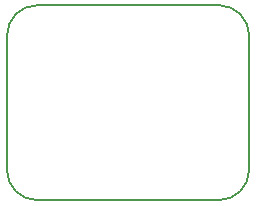
<source format=gm1>
%TF.GenerationSoftware,KiCad,Pcbnew,(6.0.5)*%
%TF.CreationDate,2022-07-11T10:01:01-06:00*%
%TF.ProjectId,usbc-daughter-board,75736263-2d64-4617-9567-687465722d62,1.0*%
%TF.SameCoordinates,Original*%
%TF.FileFunction,Profile,NP*%
%FSLAX46Y46*%
G04 Gerber Fmt 4.6, Leading zero omitted, Abs format (unit mm)*
G04 Created by KiCad (PCBNEW (6.0.5)) date 2022-07-11 10:01:01*
%MOMM*%
%LPD*%
G01*
G04 APERTURE LIST*
%TA.AperFunction,Profile*%
%ADD10C,0.152400*%
%TD*%
G04 APERTURE END LIST*
D10*
X32050000Y-13900000D02*
X16600000Y-13900000D01*
X34550000Y-27850000D02*
X34550490Y-16450000D01*
X32000000Y-30400000D02*
G75*
G03*
X34550000Y-27850000I0J2550000D01*
G01*
X34550490Y-16450000D02*
G75*
G03*
X32050000Y-13900000I-2550490J0D01*
G01*
X14050000Y-16450000D02*
X14050000Y-27850000D01*
X14050000Y-27850000D02*
G75*
G03*
X16600000Y-30400000I2550000J0D01*
G01*
X16600000Y-13900000D02*
G75*
G03*
X14050000Y-16450000I0J-2550000D01*
G01*
X16600000Y-30400000D02*
X32000000Y-30400000D01*
M02*

</source>
